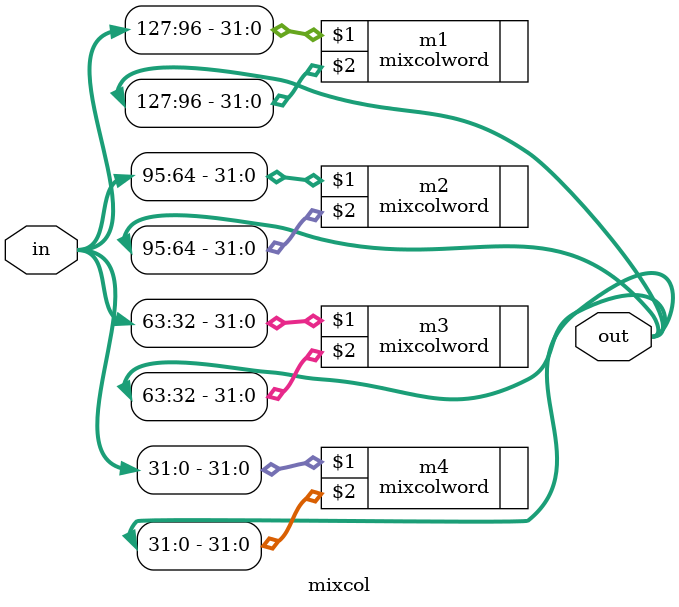
<source format=v>
`timescale 1ns / 1ps
module mixcol(
    input [127:0] in,
    output [127:0 ]out 
    );
mixcolword m1 (in[127:96] , out [127 : 96 ]) ; 
mixcolword m2 (in[95:64] , out [95 : 64]) ; 
mixcolword m3 (in[63:32] , out [63: 32 ]) ; 
mixcolword m4 (in[31:0] , out [31: 0]) ; 

endmodule

</source>
